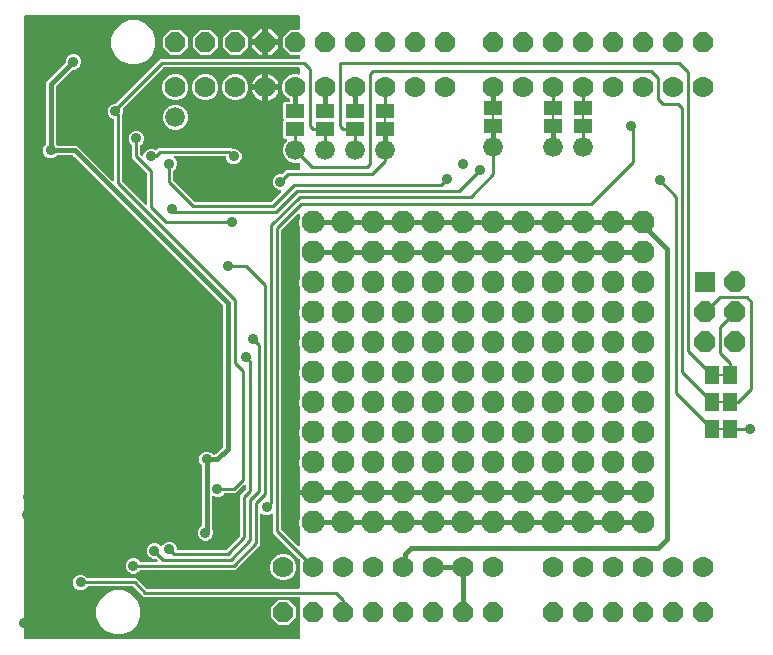
<source format=gbr>
G04 EAGLE Gerber RS-274X export*
G75*
%MOMM*%
%FSLAX34Y34*%
%LPD*%
%INBottom Copper*%
%IPPOS*%
%AMOC8*
5,1,8,0,0,1.08239X$1,22.5*%
G01*
%ADD10P,1.814519X8X22.500000*%
%ADD11P,1.924489X8X22.500000*%
%ADD12R,1.778000X1.778000*%
%ADD13C,1.778000*%
%ADD14R,1.168400X1.600200*%
%ADD15R,0.635000X0.203200*%
%ADD16R,1.600200X1.168400*%
%ADD17R,0.203200X0.635000*%
%ADD18C,1.676400*%
%ADD19C,1.930400*%
%ADD20C,0.406400*%
%ADD21C,0.906400*%
%ADD22C,0.254000*%

G36*
X292218Y2556D02*
X292218Y2556D01*
X292337Y2563D01*
X292375Y2576D01*
X292416Y2581D01*
X292526Y2624D01*
X292639Y2661D01*
X292674Y2683D01*
X292711Y2698D01*
X292807Y2767D01*
X292908Y2831D01*
X292936Y2861D01*
X292969Y2884D01*
X293045Y2976D01*
X293126Y3063D01*
X293146Y3098D01*
X293171Y3129D01*
X293222Y3237D01*
X293280Y3341D01*
X293290Y3381D01*
X293307Y3417D01*
X293329Y3534D01*
X293359Y3649D01*
X293363Y3709D01*
X293367Y3729D01*
X293365Y3750D01*
X293369Y3810D01*
X293369Y37338D01*
X293354Y37456D01*
X293347Y37575D01*
X293334Y37613D01*
X293329Y37654D01*
X293286Y37764D01*
X293249Y37877D01*
X293227Y37912D01*
X293212Y37949D01*
X293143Y38045D01*
X293079Y38146D01*
X293049Y38174D01*
X293026Y38207D01*
X292934Y38283D01*
X292847Y38364D01*
X292812Y38384D01*
X292781Y38409D01*
X292673Y38460D01*
X292569Y38518D01*
X292529Y38528D01*
X292493Y38545D01*
X292376Y38567D01*
X292261Y38597D01*
X292201Y38601D01*
X292181Y38605D01*
X292160Y38603D01*
X292100Y38607D01*
X161192Y38607D01*
X152674Y47126D01*
X152595Y47186D01*
X152523Y47254D01*
X152470Y47283D01*
X152422Y47320D01*
X152331Y47360D01*
X152245Y47408D01*
X152186Y47423D01*
X152131Y47447D01*
X152033Y47462D01*
X151937Y47487D01*
X151837Y47493D01*
X151816Y47497D01*
X151804Y47495D01*
X151776Y47497D01*
X114457Y47497D01*
X114359Y47485D01*
X114260Y47482D01*
X114202Y47465D01*
X114141Y47457D01*
X114049Y47421D01*
X113954Y47393D01*
X113902Y47363D01*
X113846Y47340D01*
X113766Y47282D01*
X113680Y47232D01*
X113605Y47166D01*
X113588Y47154D01*
X113581Y47144D01*
X113559Y47126D01*
X111669Y45235D01*
X109256Y44235D01*
X106644Y44235D01*
X104231Y45235D01*
X102385Y47081D01*
X101385Y49494D01*
X101385Y52106D01*
X102385Y54519D01*
X104231Y56365D01*
X106644Y57365D01*
X109256Y57365D01*
X111669Y56365D01*
X113559Y54474D01*
X113638Y54414D01*
X113710Y54346D01*
X113763Y54317D01*
X113811Y54280D01*
X113902Y54240D01*
X113988Y54192D01*
X114047Y54177D01*
X114103Y54153D01*
X114201Y54138D01*
X114296Y54113D01*
X114396Y54107D01*
X114417Y54103D01*
X114429Y54105D01*
X114457Y54103D01*
X155038Y54103D01*
X163556Y45584D01*
X163635Y45524D01*
X163707Y45456D01*
X163760Y45427D01*
X163808Y45390D01*
X163899Y45350D01*
X163985Y45302D01*
X164044Y45287D01*
X164099Y45263D01*
X164197Y45248D01*
X164293Y45223D01*
X164393Y45217D01*
X164414Y45213D01*
X164426Y45215D01*
X164454Y45213D01*
X292100Y45213D01*
X292218Y45228D01*
X292337Y45235D01*
X292375Y45248D01*
X292416Y45253D01*
X292526Y45296D01*
X292639Y45333D01*
X292674Y45355D01*
X292711Y45370D01*
X292807Y45439D01*
X292908Y45503D01*
X292936Y45533D01*
X292969Y45556D01*
X293045Y45648D01*
X293126Y45735D01*
X293146Y45770D01*
X293171Y45801D01*
X293222Y45909D01*
X293280Y46013D01*
X293290Y46053D01*
X293307Y46089D01*
X293329Y46206D01*
X293359Y46321D01*
X293363Y46381D01*
X293367Y46401D01*
X293365Y46422D01*
X293369Y46482D01*
X293369Y69734D01*
X293357Y69832D01*
X293354Y69931D01*
X293337Y69990D01*
X293329Y70050D01*
X293293Y70142D01*
X293265Y70237D01*
X293235Y70289D01*
X293212Y70345D01*
X293154Y70425D01*
X293104Y70511D01*
X293038Y70586D01*
X293026Y70603D01*
X293016Y70611D01*
X292998Y70632D01*
X273324Y90306D01*
X271017Y92612D01*
X271017Y107609D01*
X271011Y107659D01*
X271013Y107708D01*
X270991Y107815D01*
X270977Y107925D01*
X270959Y107971D01*
X270949Y108020D01*
X270901Y108118D01*
X270860Y108220D01*
X270831Y108260D01*
X270809Y108305D01*
X270738Y108389D01*
X270674Y108478D01*
X270635Y108509D01*
X270603Y108547D01*
X270513Y108610D01*
X270429Y108681D01*
X270384Y108702D01*
X270343Y108730D01*
X270240Y108769D01*
X270141Y108816D01*
X270092Y108825D01*
X270046Y108843D01*
X269936Y108855D01*
X269829Y108876D01*
X269779Y108873D01*
X269730Y108878D01*
X269621Y108863D01*
X269511Y108856D01*
X269464Y108841D01*
X269415Y108834D01*
X269262Y108782D01*
X266736Y107735D01*
X264124Y107735D01*
X261598Y108782D01*
X261550Y108795D01*
X261505Y108816D01*
X261397Y108837D01*
X261291Y108866D01*
X261241Y108866D01*
X261192Y108876D01*
X261083Y108869D01*
X260973Y108871D01*
X260925Y108859D01*
X260875Y108856D01*
X260771Y108822D01*
X260664Y108797D01*
X260620Y108773D01*
X260573Y108758D01*
X260480Y108699D01*
X260383Y108648D01*
X260346Y108615D01*
X260304Y108588D01*
X260229Y108508D01*
X260147Y108434D01*
X260120Y108392D01*
X260086Y108356D01*
X260033Y108260D01*
X259973Y108168D01*
X259956Y108121D01*
X259932Y108078D01*
X259905Y107971D01*
X259869Y107867D01*
X259865Y107818D01*
X259853Y107770D01*
X259843Y107609D01*
X259843Y82452D01*
X238858Y61467D01*
X158907Y61467D01*
X158809Y61455D01*
X158710Y61452D01*
X158652Y61435D01*
X158591Y61427D01*
X158499Y61391D01*
X158404Y61363D01*
X158352Y61333D01*
X158296Y61310D01*
X158216Y61252D01*
X158130Y61202D01*
X158055Y61136D01*
X158038Y61124D01*
X158031Y61114D01*
X158009Y61096D01*
X156119Y59205D01*
X153706Y58205D01*
X151094Y58205D01*
X148681Y59205D01*
X146835Y61051D01*
X145835Y63464D01*
X145835Y66076D01*
X146835Y68489D01*
X148681Y70335D01*
X151094Y71335D01*
X153706Y71335D01*
X156119Y70335D01*
X158009Y68444D01*
X158088Y68384D01*
X158160Y68316D01*
X158213Y68287D01*
X158261Y68250D01*
X158352Y68210D01*
X158438Y68162D01*
X158497Y68147D01*
X158553Y68123D01*
X158651Y68108D01*
X158746Y68083D01*
X158846Y68077D01*
X158867Y68073D01*
X158879Y68075D01*
X158907Y68073D01*
X171842Y68073D01*
X171980Y68090D01*
X172119Y68103D01*
X172138Y68110D01*
X172158Y68113D01*
X172287Y68164D01*
X172418Y68211D01*
X172435Y68222D01*
X172453Y68230D01*
X172566Y68311D01*
X172681Y68389D01*
X172694Y68405D01*
X172711Y68416D01*
X172800Y68524D01*
X172892Y68628D01*
X172901Y68646D01*
X172914Y68661D01*
X172973Y68787D01*
X173036Y68911D01*
X173041Y68931D01*
X173049Y68949D01*
X173075Y69085D01*
X173106Y69221D01*
X173105Y69242D01*
X173109Y69261D01*
X173100Y69400D01*
X173096Y69539D01*
X173090Y69559D01*
X173089Y69579D01*
X173046Y69711D01*
X173008Y69845D01*
X172997Y69862D01*
X172991Y69881D01*
X172917Y69999D01*
X172846Y70119D01*
X172828Y70140D01*
X172821Y70150D01*
X172806Y70164D01*
X172740Y70240D01*
X172446Y70534D01*
X172368Y70594D01*
X172295Y70662D01*
X172242Y70691D01*
X172194Y70728D01*
X172103Y70768D01*
X172017Y70816D01*
X171958Y70831D01*
X171903Y70855D01*
X171805Y70870D01*
X171709Y70895D01*
X171609Y70901D01*
X171588Y70905D01*
X171576Y70903D01*
X171548Y70905D01*
X168874Y70905D01*
X166461Y71905D01*
X164615Y73751D01*
X163615Y76164D01*
X163615Y78776D01*
X164615Y81189D01*
X166461Y83035D01*
X168874Y84035D01*
X171486Y84035D01*
X173899Y83035D01*
X175140Y81794D01*
X175179Y81764D01*
X175213Y81727D01*
X175304Y81666D01*
X175391Y81599D01*
X175437Y81579D01*
X175478Y81552D01*
X175582Y81516D01*
X175683Y81473D01*
X175732Y81465D01*
X175779Y81449D01*
X175888Y81440D01*
X175997Y81423D01*
X176047Y81428D01*
X176096Y81424D01*
X176204Y81442D01*
X176314Y81453D01*
X176361Y81470D01*
X176409Y81478D01*
X176509Y81523D01*
X176613Y81560D01*
X176654Y81588D01*
X176699Y81609D01*
X176785Y81677D01*
X176876Y81739D01*
X176909Y81776D01*
X176948Y81807D01*
X177014Y81895D01*
X177087Y81977D01*
X177109Y82022D01*
X177139Y82061D01*
X177210Y82206D01*
X177315Y82459D01*
X179161Y84305D01*
X181574Y85305D01*
X184186Y85305D01*
X186599Y84305D01*
X188445Y82459D01*
X189445Y80046D01*
X189445Y79502D01*
X189460Y79384D01*
X189467Y79265D01*
X189480Y79227D01*
X189485Y79186D01*
X189528Y79076D01*
X189565Y78963D01*
X189587Y78928D01*
X189602Y78891D01*
X189671Y78795D01*
X189735Y78694D01*
X189765Y78666D01*
X189788Y78633D01*
X189880Y78557D01*
X189967Y78476D01*
X190002Y78456D01*
X190033Y78431D01*
X190141Y78380D01*
X190245Y78322D01*
X190285Y78312D01*
X190321Y78295D01*
X190438Y78273D01*
X190553Y78243D01*
X190613Y78239D01*
X190633Y78235D01*
X190654Y78237D01*
X190714Y78233D01*
X230516Y78233D01*
X230614Y78245D01*
X230713Y78248D01*
X230772Y78265D01*
X230832Y78273D01*
X230924Y78309D01*
X231019Y78337D01*
X231071Y78367D01*
X231127Y78390D01*
X231207Y78448D01*
X231293Y78498D01*
X231368Y78564D01*
X231385Y78576D01*
X231393Y78586D01*
X231414Y78604D01*
X242706Y89896D01*
X242766Y89975D01*
X242834Y90047D01*
X242863Y90100D01*
X242900Y90148D01*
X242940Y90239D01*
X242988Y90325D01*
X243003Y90384D01*
X243027Y90439D01*
X243042Y90537D01*
X243067Y90633D01*
X243073Y90733D01*
X243077Y90754D01*
X243075Y90766D01*
X243077Y90794D01*
X243077Y124558D01*
X247786Y129266D01*
X247846Y129345D01*
X247914Y129417D01*
X247943Y129470D01*
X247980Y129518D01*
X248020Y129609D01*
X248068Y129695D01*
X248083Y129754D01*
X248107Y129809D01*
X248122Y129907D01*
X248147Y130003D01*
X248153Y130103D01*
X248157Y130124D01*
X248155Y130136D01*
X248157Y130164D01*
X248157Y132472D01*
X248140Y132610D01*
X248127Y132749D01*
X248120Y132768D01*
X248117Y132788D01*
X248066Y132917D01*
X248019Y133048D01*
X248008Y133065D01*
X248000Y133083D01*
X247919Y133196D01*
X247841Y133311D01*
X247825Y133324D01*
X247814Y133341D01*
X247706Y133429D01*
X247602Y133522D01*
X247584Y133531D01*
X247569Y133544D01*
X247443Y133603D01*
X247319Y133666D01*
X247299Y133671D01*
X247281Y133679D01*
X247145Y133705D01*
X247009Y133736D01*
X246988Y133735D01*
X246969Y133739D01*
X246830Y133730D01*
X246691Y133726D01*
X246671Y133720D01*
X246651Y133719D01*
X246519Y133676D01*
X246385Y133638D01*
X246368Y133627D01*
X246349Y133621D01*
X246231Y133547D01*
X246111Y133476D01*
X246090Y133458D01*
X246080Y133451D01*
X246066Y133436D01*
X245991Y133370D01*
X238858Y126237D01*
X230027Y126237D01*
X229929Y126225D01*
X229830Y126222D01*
X229772Y126205D01*
X229711Y126197D01*
X229619Y126161D01*
X229524Y126133D01*
X229472Y126103D01*
X229416Y126080D01*
X229336Y126022D01*
X229250Y125972D01*
X229175Y125906D01*
X229158Y125894D01*
X229151Y125884D01*
X229129Y125866D01*
X227239Y123975D01*
X224826Y122975D01*
X222214Y122975D01*
X220450Y123706D01*
X220402Y123719D01*
X220357Y123740D01*
X220249Y123761D01*
X220143Y123790D01*
X220093Y123791D01*
X220044Y123800D01*
X219935Y123793D01*
X219825Y123795D01*
X219777Y123784D01*
X219727Y123780D01*
X219623Y123747D01*
X219516Y123721D01*
X219472Y123698D01*
X219425Y123682D01*
X219332Y123624D01*
X219235Y123572D01*
X219198Y123539D01*
X219156Y123512D01*
X219081Y123432D01*
X218999Y123358D01*
X218972Y123317D01*
X218938Y123281D01*
X218885Y123184D01*
X218825Y123093D01*
X218808Y123046D01*
X218784Y123002D01*
X218757Y122896D01*
X218721Y122792D01*
X218717Y122742D01*
X218705Y122694D01*
X218695Y122534D01*
X218695Y97185D01*
X218707Y97087D01*
X218710Y96988D01*
X218727Y96930D01*
X218735Y96869D01*
X218771Y96777D01*
X218799Y96682D01*
X218829Y96630D01*
X218852Y96574D01*
X218883Y96530D01*
X219925Y94016D01*
X219925Y91404D01*
X218925Y88991D01*
X217079Y87145D01*
X214666Y86145D01*
X212054Y86145D01*
X209641Y87145D01*
X207795Y88991D01*
X206795Y91404D01*
X206795Y94016D01*
X207795Y96429D01*
X209641Y98275D01*
X209782Y98333D01*
X209807Y98348D01*
X209835Y98357D01*
X209945Y98427D01*
X210058Y98491D01*
X210079Y98511D01*
X210104Y98527D01*
X210193Y98622D01*
X210286Y98712D01*
X210302Y98737D01*
X210322Y98759D01*
X210385Y98873D01*
X210453Y98983D01*
X210461Y99012D01*
X210476Y99037D01*
X210508Y99163D01*
X210546Y99287D01*
X210548Y99317D01*
X210555Y99345D01*
X210565Y99506D01*
X210565Y149195D01*
X210553Y149293D01*
X210550Y149392D01*
X210533Y149450D01*
X210525Y149511D01*
X210489Y149603D01*
X210461Y149698D01*
X210431Y149750D01*
X210408Y149806D01*
X210350Y149886D01*
X210300Y149972D01*
X210234Y150047D01*
X210222Y150064D01*
X210212Y150071D01*
X210194Y150093D01*
X209065Y151221D01*
X208065Y153634D01*
X208065Y156246D01*
X209065Y158659D01*
X210911Y160505D01*
X213324Y161505D01*
X215936Y161505D01*
X218349Y160505D01*
X219477Y159376D01*
X219556Y159316D01*
X219628Y159248D01*
X219681Y159219D01*
X219729Y159182D01*
X219820Y159142D01*
X219906Y159094D01*
X219965Y159079D01*
X220021Y159055D01*
X220119Y159040D01*
X220214Y159015D01*
X220314Y159009D01*
X220335Y159005D01*
X220347Y159007D01*
X220375Y159005D01*
X221311Y159005D01*
X221409Y159017D01*
X221508Y159020D01*
X221566Y159037D01*
X221626Y159045D01*
X221718Y159081D01*
X221813Y159109D01*
X221865Y159139D01*
X221922Y159162D01*
X222002Y159220D01*
X222087Y159270D01*
X222163Y159336D01*
X222179Y159348D01*
X222187Y159358D01*
X222208Y159376D01*
X227974Y165142D01*
X228034Y165220D01*
X228102Y165292D01*
X228131Y165345D01*
X228168Y165393D01*
X228208Y165484D01*
X228256Y165571D01*
X228271Y165629D01*
X228295Y165685D01*
X228310Y165783D01*
X228335Y165879D01*
X228341Y165979D01*
X228345Y165999D01*
X228343Y166011D01*
X228345Y166039D01*
X228345Y284811D01*
X228333Y284909D01*
X228330Y285008D01*
X228313Y285066D01*
X228305Y285126D01*
X228269Y285218D01*
X228241Y285313D01*
X228211Y285365D01*
X228188Y285422D01*
X228130Y285502D01*
X228080Y285587D01*
X228014Y285663D01*
X228002Y285679D01*
X227992Y285687D01*
X227974Y285708D01*
X101558Y412124D01*
X101480Y412184D01*
X101408Y412252D01*
X101355Y412281D01*
X101307Y412318D01*
X101216Y412358D01*
X101129Y412406D01*
X101071Y412421D01*
X101015Y412445D01*
X100917Y412460D01*
X100821Y412485D01*
X100721Y412491D01*
X100701Y412495D01*
X100689Y412493D01*
X100661Y412495D01*
X88295Y412495D01*
X88197Y412483D01*
X88098Y412480D01*
X88040Y412463D01*
X87979Y412455D01*
X87887Y412419D01*
X87792Y412391D01*
X87740Y412361D01*
X87684Y412338D01*
X87604Y412280D01*
X87518Y412230D01*
X87443Y412164D01*
X87426Y412152D01*
X87419Y412142D01*
X87397Y412124D01*
X86269Y410995D01*
X83856Y409995D01*
X81244Y409995D01*
X78831Y410995D01*
X76985Y412841D01*
X75985Y415254D01*
X75985Y417866D01*
X76985Y420279D01*
X78114Y421407D01*
X78174Y421486D01*
X78242Y421558D01*
X78271Y421611D01*
X78308Y421659D01*
X78348Y421750D01*
X78396Y421836D01*
X78411Y421895D01*
X78435Y421951D01*
X78450Y422049D01*
X78475Y422144D01*
X78481Y422244D01*
X78485Y422265D01*
X78483Y422277D01*
X78485Y422305D01*
X78485Y474124D01*
X94664Y490302D01*
X94724Y490380D01*
X94792Y490452D01*
X94816Y490495D01*
X94837Y490521D01*
X94843Y490533D01*
X94858Y490553D01*
X94898Y490644D01*
X94946Y490731D01*
X94957Y490776D01*
X94973Y490809D01*
X94976Y490824D01*
X94985Y490845D01*
X95000Y490943D01*
X95025Y491039D01*
X95029Y491103D01*
X95033Y491121D01*
X95032Y491140D01*
X95035Y491159D01*
X95033Y491171D01*
X95035Y491199D01*
X95035Y492796D01*
X96035Y495209D01*
X97881Y497055D01*
X100294Y498055D01*
X102906Y498055D01*
X105319Y497055D01*
X107165Y495209D01*
X108165Y492796D01*
X108165Y490184D01*
X107165Y487771D01*
X105319Y485925D01*
X102906Y484925D01*
X101309Y484925D01*
X101211Y484913D01*
X101112Y484910D01*
X101054Y484893D01*
X100994Y484885D01*
X100902Y484849D01*
X100807Y484821D01*
X100755Y484791D01*
X100698Y484768D01*
X100618Y484710D01*
X100533Y484660D01*
X100457Y484594D01*
X100441Y484582D01*
X100433Y484572D01*
X100412Y484554D01*
X86986Y471128D01*
X86926Y471050D01*
X86858Y470978D01*
X86829Y470925D01*
X86792Y470877D01*
X86752Y470786D01*
X86704Y470699D01*
X86689Y470641D01*
X86665Y470585D01*
X86650Y470487D01*
X86625Y470391D01*
X86619Y470291D01*
X86615Y470271D01*
X86617Y470259D01*
X86615Y470231D01*
X86615Y422305D01*
X86627Y422207D01*
X86630Y422108D01*
X86647Y422050D01*
X86655Y421989D01*
X86691Y421897D01*
X86719Y421802D01*
X86749Y421750D01*
X86772Y421694D01*
X86830Y421614D01*
X86880Y421528D01*
X86946Y421453D01*
X86958Y421436D01*
X86968Y421429D01*
X86986Y421407D01*
X87397Y420996D01*
X87476Y420936D01*
X87548Y420868D01*
X87601Y420839D01*
X87649Y420802D01*
X87740Y420762D01*
X87826Y420714D01*
X87885Y420699D01*
X87941Y420675D01*
X88039Y420660D01*
X88134Y420635D01*
X88234Y420629D01*
X88255Y420625D01*
X88267Y420627D01*
X88295Y420625D01*
X104554Y420625D01*
X134231Y390948D01*
X134340Y390863D01*
X134447Y390774D01*
X134466Y390765D01*
X134482Y390753D01*
X134610Y390697D01*
X134735Y390638D01*
X134755Y390635D01*
X134774Y390627D01*
X134912Y390605D01*
X135048Y390579D01*
X135068Y390580D01*
X135088Y390577D01*
X135227Y390590D01*
X135365Y390598D01*
X135384Y390605D01*
X135404Y390607D01*
X135536Y390654D01*
X135667Y390696D01*
X135685Y390707D01*
X135704Y390714D01*
X135819Y390792D01*
X135936Y390867D01*
X135950Y390881D01*
X135967Y390893D01*
X136059Y390997D01*
X136154Y391098D01*
X136164Y391116D01*
X136177Y391131D01*
X136241Y391255D01*
X136308Y391377D01*
X136313Y391396D01*
X136322Y391414D01*
X136352Y391550D01*
X136387Y391685D01*
X136389Y391713D01*
X136392Y391725D01*
X136391Y391745D01*
X136397Y391845D01*
X136397Y441942D01*
X136394Y441971D01*
X136396Y442001D01*
X136374Y442129D01*
X136357Y442258D01*
X136347Y442285D01*
X136342Y442314D01*
X136288Y442433D01*
X136240Y442553D01*
X136223Y442577D01*
X136211Y442604D01*
X136130Y442706D01*
X136054Y442811D01*
X136031Y442830D01*
X136012Y442853D01*
X135909Y442931D01*
X135809Y443014D01*
X135782Y443026D01*
X135758Y443044D01*
X135614Y443115D01*
X133441Y444015D01*
X131595Y445861D01*
X130595Y448274D01*
X130595Y450886D01*
X131595Y453299D01*
X133441Y455145D01*
X135854Y456145D01*
X137258Y456145D01*
X137356Y456157D01*
X137455Y456160D01*
X137514Y456177D01*
X137574Y456185D01*
X137666Y456221D01*
X137761Y456249D01*
X137813Y456279D01*
X137869Y456302D01*
X137949Y456360D01*
X138035Y456410D01*
X138110Y456476D01*
X138127Y456488D01*
X138135Y456498D01*
X138156Y456516D01*
X175162Y493523D01*
X292100Y493523D01*
X292218Y493538D01*
X292337Y493545D01*
X292375Y493558D01*
X292416Y493563D01*
X292526Y493606D01*
X292639Y493643D01*
X292674Y493665D01*
X292711Y493680D01*
X292807Y493749D01*
X292908Y493813D01*
X292936Y493843D01*
X292969Y493866D01*
X293045Y493958D01*
X293126Y494045D01*
X293146Y494080D01*
X293171Y494111D01*
X293222Y494219D01*
X293280Y494323D01*
X293290Y494363D01*
X293307Y494399D01*
X293329Y494516D01*
X293359Y494631D01*
X293363Y494691D01*
X293367Y494711D01*
X293365Y494732D01*
X293369Y494792D01*
X293369Y496316D01*
X293354Y496434D01*
X293347Y496553D01*
X293334Y496591D01*
X293329Y496632D01*
X293286Y496742D01*
X293249Y496855D01*
X293227Y496890D01*
X293212Y496927D01*
X293143Y497023D01*
X293079Y497124D01*
X293049Y497152D01*
X293026Y497185D01*
X292934Y497261D01*
X292847Y497342D01*
X292812Y497362D01*
X292781Y497387D01*
X292673Y497438D01*
X292569Y497496D01*
X292529Y497506D01*
X292493Y497523D01*
X292376Y497545D01*
X292261Y497575D01*
X292201Y497579D01*
X292181Y497583D01*
X292160Y497581D01*
X292100Y497585D01*
X285246Y497585D01*
X279145Y503686D01*
X279145Y512314D01*
X285246Y518415D01*
X292100Y518415D01*
X292218Y518430D01*
X292337Y518437D01*
X292375Y518450D01*
X292416Y518455D01*
X292526Y518498D01*
X292639Y518535D01*
X292674Y518557D01*
X292711Y518572D01*
X292807Y518641D01*
X292908Y518705D01*
X292936Y518735D01*
X292969Y518758D01*
X293045Y518850D01*
X293126Y518937D01*
X293146Y518972D01*
X293171Y519003D01*
X293222Y519111D01*
X293280Y519215D01*
X293290Y519255D01*
X293307Y519291D01*
X293329Y519408D01*
X293359Y519523D01*
X293363Y519583D01*
X293367Y519603D01*
X293365Y519624D01*
X293369Y519684D01*
X293369Y529590D01*
X293354Y529708D01*
X293347Y529827D01*
X293334Y529865D01*
X293329Y529906D01*
X293286Y530016D01*
X293249Y530129D01*
X293227Y530164D01*
X293212Y530201D01*
X293143Y530297D01*
X293079Y530398D01*
X293049Y530426D01*
X293026Y530459D01*
X292934Y530535D01*
X292847Y530616D01*
X292812Y530636D01*
X292781Y530661D01*
X292673Y530712D01*
X292569Y530770D01*
X292529Y530780D01*
X292493Y530797D01*
X292376Y530819D01*
X292261Y530849D01*
X292201Y530853D01*
X292181Y530857D01*
X292160Y530855D01*
X292100Y530859D01*
X60960Y530859D01*
X60842Y530844D01*
X60723Y530837D01*
X60685Y530824D01*
X60644Y530819D01*
X60534Y530776D01*
X60421Y530739D01*
X60386Y530717D01*
X60349Y530702D01*
X60253Y530633D01*
X60152Y530569D01*
X60124Y530539D01*
X60091Y530516D01*
X60016Y530424D01*
X59934Y530337D01*
X59914Y530302D01*
X59889Y530271D01*
X59838Y530163D01*
X59780Y530059D01*
X59770Y530019D01*
X59753Y529983D01*
X59731Y529866D01*
X59701Y529751D01*
X59697Y529691D01*
X59693Y529671D01*
X59695Y529650D01*
X59691Y529590D01*
X59691Y3810D01*
X59706Y3692D01*
X59713Y3573D01*
X59726Y3535D01*
X59731Y3494D01*
X59774Y3384D01*
X59811Y3271D01*
X59833Y3236D01*
X59848Y3199D01*
X59918Y3103D01*
X59981Y3002D01*
X60011Y2974D01*
X60034Y2941D01*
X60126Y2865D01*
X60213Y2784D01*
X60248Y2764D01*
X60279Y2739D01*
X60387Y2688D01*
X60491Y2630D01*
X60531Y2620D01*
X60567Y2603D01*
X60684Y2581D01*
X60799Y2551D01*
X60860Y2547D01*
X60880Y2543D01*
X60900Y2545D01*
X60960Y2541D01*
X292100Y2541D01*
X292218Y2556D01*
G37*
G36*
X163167Y370462D02*
X163167Y370462D01*
X163305Y370471D01*
X163324Y370477D01*
X163344Y370479D01*
X163476Y370526D01*
X163607Y370569D01*
X163625Y370580D01*
X163644Y370587D01*
X163759Y370665D01*
X163876Y370739D01*
X163890Y370754D01*
X163907Y370765D01*
X163999Y370869D01*
X164094Y370971D01*
X164104Y370988D01*
X164117Y371004D01*
X164181Y371127D01*
X164248Y371249D01*
X164253Y371269D01*
X164262Y371287D01*
X164292Y371423D01*
X164327Y371557D01*
X164329Y371585D01*
X164332Y371597D01*
X164331Y371618D01*
X164337Y371718D01*
X164337Y396886D01*
X164325Y396984D01*
X164322Y397083D01*
X164305Y397142D01*
X164297Y397202D01*
X164261Y397294D01*
X164233Y397389D01*
X164203Y397441D01*
X164180Y397497D01*
X164122Y397577D01*
X164072Y397663D01*
X164006Y397738D01*
X163994Y397755D01*
X163984Y397763D01*
X163966Y397784D01*
X151637Y410112D01*
X151637Y420213D01*
X151625Y420311D01*
X151622Y420410D01*
X151605Y420468D01*
X151597Y420529D01*
X151561Y420621D01*
X151533Y420716D01*
X151503Y420768D01*
X151480Y420824D01*
X151422Y420904D01*
X151372Y420990D01*
X151306Y421065D01*
X151294Y421082D01*
X151284Y421089D01*
X151266Y421111D01*
X149375Y423001D01*
X148375Y425414D01*
X148375Y428026D01*
X149375Y430439D01*
X151221Y432285D01*
X153634Y433285D01*
X156246Y433285D01*
X158659Y432285D01*
X160505Y430439D01*
X161505Y428026D01*
X161505Y425414D01*
X160505Y423001D01*
X158614Y421111D01*
X158554Y421032D01*
X158486Y420960D01*
X158457Y420907D01*
X158420Y420859D01*
X158380Y420768D01*
X158332Y420682D01*
X158317Y420623D01*
X158293Y420567D01*
X158278Y420469D01*
X158253Y420374D01*
X158247Y420274D01*
X158243Y420253D01*
X158245Y420241D01*
X158243Y420213D01*
X158243Y413374D01*
X158255Y413276D01*
X158258Y413177D01*
X158275Y413118D01*
X158283Y413058D01*
X158319Y412966D01*
X158347Y412871D01*
X158377Y412819D01*
X158400Y412763D01*
X158458Y412682D01*
X158508Y412597D01*
X158574Y412522D01*
X158586Y412505D01*
X158596Y412497D01*
X158614Y412476D01*
X158921Y412170D01*
X158960Y412140D01*
X158993Y412103D01*
X159085Y412043D01*
X159172Y411975D01*
X159218Y411955D01*
X159259Y411928D01*
X159363Y411892D01*
X159464Y411849D01*
X159513Y411841D01*
X159560Y411825D01*
X159670Y411816D01*
X159778Y411799D01*
X159827Y411804D01*
X159877Y411800D01*
X159985Y411819D01*
X160094Y411829D01*
X160141Y411846D01*
X160190Y411854D01*
X160290Y411899D01*
X160394Y411936D01*
X160435Y411964D01*
X160480Y411985D01*
X160566Y412053D01*
X160657Y412115D01*
X160690Y412152D01*
X160729Y412183D01*
X160795Y412271D01*
X160867Y412353D01*
X160890Y412398D01*
X160920Y412437D01*
X160991Y412582D01*
X162075Y415199D01*
X163921Y417045D01*
X166334Y418045D01*
X168946Y418045D01*
X171272Y417081D01*
X171301Y417073D01*
X171327Y417060D01*
X171454Y417031D01*
X171579Y416997D01*
X171609Y416997D01*
X171637Y416990D01*
X171767Y416994D01*
X171897Y416992D01*
X171926Y416999D01*
X171955Y417000D01*
X172080Y417036D01*
X172206Y417066D01*
X172232Y417080D01*
X172261Y417088D01*
X172372Y417154D01*
X172487Y417215D01*
X172509Y417235D01*
X172535Y417250D01*
X172655Y417356D01*
X173892Y418593D01*
X235048Y418593D01*
X235224Y418416D01*
X235303Y418356D01*
X235375Y418288D01*
X235428Y418259D01*
X235476Y418222D01*
X235567Y418182D01*
X235653Y418134D01*
X235712Y418119D01*
X235767Y418095D01*
X235865Y418080D01*
X235961Y418055D01*
X236061Y418049D01*
X236082Y418045D01*
X236094Y418047D01*
X236122Y418045D01*
X238796Y418045D01*
X241209Y417045D01*
X243055Y415199D01*
X244055Y412786D01*
X244055Y410174D01*
X243055Y407761D01*
X241209Y405915D01*
X238796Y404915D01*
X236184Y404915D01*
X233771Y405915D01*
X231925Y407761D01*
X230925Y410174D01*
X230925Y410718D01*
X230910Y410836D01*
X230903Y410955D01*
X230890Y410993D01*
X230885Y411034D01*
X230842Y411144D01*
X230805Y411257D01*
X230783Y411292D01*
X230768Y411329D01*
X230699Y411425D01*
X230635Y411526D01*
X230605Y411554D01*
X230582Y411587D01*
X230490Y411663D01*
X230403Y411744D01*
X230368Y411764D01*
X230337Y411789D01*
X230229Y411840D01*
X230125Y411898D01*
X230085Y411908D01*
X230049Y411925D01*
X229932Y411947D01*
X229817Y411977D01*
X229757Y411981D01*
X229737Y411985D01*
X229716Y411983D01*
X229656Y411987D01*
X188371Y411987D01*
X188233Y411970D01*
X188095Y411957D01*
X188076Y411950D01*
X188055Y411947D01*
X187926Y411896D01*
X187795Y411849D01*
X187778Y411838D01*
X187760Y411830D01*
X187647Y411749D01*
X187532Y411671D01*
X187519Y411655D01*
X187502Y411644D01*
X187414Y411536D01*
X187322Y411432D01*
X187312Y411414D01*
X187300Y411399D01*
X187240Y411273D01*
X187177Y411149D01*
X187173Y411129D01*
X187164Y411111D01*
X187138Y410974D01*
X187107Y410839D01*
X187108Y410818D01*
X187104Y410799D01*
X187113Y410660D01*
X187117Y410521D01*
X187123Y410501D01*
X187124Y410481D01*
X187167Y410349D01*
X187205Y410215D01*
X187216Y410198D01*
X187222Y410179D01*
X187296Y410061D01*
X187367Y409941D01*
X187386Y409920D01*
X187392Y409910D01*
X187407Y409896D01*
X187473Y409821D01*
X188445Y408849D01*
X189445Y406436D01*
X189445Y403824D01*
X188445Y401411D01*
X186554Y399521D01*
X186494Y399442D01*
X186426Y399370D01*
X186397Y399317D01*
X186360Y399269D01*
X186320Y399178D01*
X186272Y399092D01*
X186257Y399033D01*
X186233Y398977D01*
X186218Y398879D01*
X186193Y398784D01*
X186187Y398684D01*
X186183Y398663D01*
X186185Y398651D01*
X186183Y398623D01*
X186183Y391784D01*
X186195Y391686D01*
X186198Y391587D01*
X186215Y391528D01*
X186223Y391468D01*
X186259Y391376D01*
X186287Y391281D01*
X186317Y391229D01*
X186340Y391173D01*
X186398Y391093D01*
X186448Y391007D01*
X186514Y390932D01*
X186526Y390915D01*
X186536Y390907D01*
X186554Y390886D01*
X204196Y373244D01*
X204275Y373184D01*
X204347Y373116D01*
X204400Y373087D01*
X204448Y373050D01*
X204539Y373010D01*
X204625Y372962D01*
X204684Y372947D01*
X204739Y372923D01*
X204837Y372908D01*
X204933Y372883D01*
X205033Y372877D01*
X205053Y372873D01*
X205066Y372875D01*
X205094Y372873D01*
X268616Y372873D01*
X268714Y372885D01*
X268813Y372888D01*
X268872Y372905D01*
X268932Y372913D01*
X269024Y372949D01*
X269119Y372977D01*
X269171Y373007D01*
X269227Y373030D01*
X269307Y373088D01*
X269393Y373138D01*
X269468Y373204D01*
X269485Y373216D01*
X269493Y373226D01*
X269514Y373244D01*
X277428Y381159D01*
X277513Y381268D01*
X277602Y381375D01*
X277610Y381394D01*
X277623Y381410D01*
X277678Y381538D01*
X277737Y381663D01*
X277741Y381683D01*
X277749Y381702D01*
X277771Y381840D01*
X277797Y381976D01*
X277796Y381996D01*
X277799Y382016D01*
X277786Y382155D01*
X277777Y382293D01*
X277771Y382312D01*
X277769Y382332D01*
X277722Y382464D01*
X277679Y382595D01*
X277668Y382613D01*
X277661Y382632D01*
X277583Y382747D01*
X277509Y382864D01*
X277494Y382878D01*
X277483Y382895D01*
X277379Y382987D01*
X277277Y383082D01*
X277260Y383092D01*
X277244Y383105D01*
X277120Y383169D01*
X276999Y383236D01*
X276979Y383241D01*
X276961Y383250D01*
X276825Y383280D01*
X276691Y383315D01*
X276663Y383317D01*
X276651Y383320D01*
X276630Y383319D01*
X276530Y383325D01*
X275554Y383325D01*
X273141Y384325D01*
X271295Y386171D01*
X270295Y388584D01*
X270295Y391196D01*
X271295Y393609D01*
X273141Y395455D01*
X275554Y396455D01*
X278228Y396455D01*
X278326Y396467D01*
X278425Y396470D01*
X278484Y396487D01*
X278544Y396495D01*
X278636Y396531D01*
X278731Y396559D01*
X278783Y396589D01*
X278839Y396612D01*
X278919Y396670D01*
X279005Y396720D01*
X279080Y396786D01*
X279097Y396798D01*
X279105Y396808D01*
X279126Y396826D01*
X281842Y399543D01*
X292100Y399543D01*
X292218Y399558D01*
X292337Y399565D01*
X292375Y399578D01*
X292416Y399583D01*
X292526Y399626D01*
X292639Y399663D01*
X292674Y399685D01*
X292711Y399700D01*
X292807Y399769D01*
X292908Y399833D01*
X292936Y399863D01*
X292969Y399886D01*
X293045Y399978D01*
X293126Y400065D01*
X293146Y400100D01*
X293171Y400131D01*
X293222Y400239D01*
X293280Y400343D01*
X293290Y400383D01*
X293307Y400419D01*
X293329Y400536D01*
X293359Y400651D01*
X293363Y400711D01*
X293367Y400731D01*
X293365Y400752D01*
X293369Y400812D01*
X293369Y404965D01*
X293363Y405015D01*
X293365Y405064D01*
X293343Y405172D01*
X293329Y405281D01*
X293311Y405327D01*
X293301Y405376D01*
X293253Y405475D01*
X293212Y405577D01*
X293183Y405617D01*
X293161Y405662D01*
X293090Y405745D01*
X293026Y405834D01*
X292987Y405866D01*
X292955Y405904D01*
X292865Y405967D01*
X292781Y406037D01*
X292736Y406058D01*
X292695Y406087D01*
X292592Y406126D01*
X292493Y406172D01*
X292444Y406182D01*
X292398Y406199D01*
X292288Y406212D01*
X292181Y406232D01*
X292131Y406229D01*
X292082Y406235D01*
X291973Y406219D01*
X291863Y406212D01*
X291816Y406197D01*
X291767Y406190D01*
X291635Y406145D01*
X287488Y406145D01*
X283661Y407731D01*
X280731Y410661D01*
X279145Y414488D01*
X279145Y418632D01*
X280731Y422459D01*
X282570Y424299D01*
X282655Y424408D01*
X282744Y424515D01*
X282752Y424534D01*
X282765Y424550D01*
X282820Y424678D01*
X282879Y424803D01*
X282883Y424823D01*
X282891Y424842D01*
X282913Y424980D01*
X282939Y425116D01*
X282938Y425136D01*
X282941Y425156D01*
X282928Y425295D01*
X282919Y425433D01*
X282913Y425452D01*
X282911Y425472D01*
X282864Y425604D01*
X282821Y425735D01*
X282810Y425753D01*
X282804Y425772D01*
X282726Y425887D01*
X282651Y426004D01*
X282636Y426018D01*
X282625Y426035D01*
X282521Y426127D01*
X282420Y426222D01*
X282402Y426232D01*
X282387Y426245D01*
X282262Y426309D01*
X282141Y426376D01*
X282121Y426381D01*
X282103Y426390D01*
X281968Y426420D01*
X281833Y426455D01*
X281805Y426457D01*
X281793Y426460D01*
X281773Y426459D01*
X281672Y426465D01*
X280717Y426465D01*
X279526Y427656D01*
X279526Y441024D01*
X279565Y441062D01*
X279638Y441157D01*
X279717Y441246D01*
X279735Y441282D01*
X279760Y441314D01*
X279807Y441423D01*
X279861Y441529D01*
X279870Y441569D01*
X279886Y441606D01*
X279905Y441723D01*
X279931Y441839D01*
X279930Y441880D01*
X279936Y441920D01*
X279925Y442038D01*
X279921Y442157D01*
X279910Y442196D01*
X279906Y442236D01*
X279866Y442349D01*
X279833Y442463D01*
X279812Y442497D01*
X279799Y442536D01*
X279732Y442634D01*
X279671Y442737D01*
X279631Y442782D01*
X279620Y442799D01*
X279605Y442812D01*
X279565Y442857D01*
X279526Y442896D01*
X279526Y456264D01*
X280717Y457455D01*
X284226Y457455D01*
X284344Y457470D01*
X284463Y457477D01*
X284501Y457490D01*
X284542Y457495D01*
X284652Y457538D01*
X284765Y457575D01*
X284800Y457597D01*
X284837Y457612D01*
X284933Y457681D01*
X285034Y457745D01*
X285062Y457775D01*
X285095Y457798D01*
X285171Y457890D01*
X285252Y457977D01*
X285272Y458012D01*
X285297Y458043D01*
X285348Y458151D01*
X285406Y458255D01*
X285416Y458295D01*
X285433Y458331D01*
X285455Y458448D01*
X285485Y458563D01*
X285489Y458623D01*
X285493Y458643D01*
X285491Y458664D01*
X285495Y458724D01*
X285495Y458913D01*
X285492Y458942D01*
X285494Y458972D01*
X285472Y459100D01*
X285455Y459228D01*
X285445Y459256D01*
X285440Y459285D01*
X285386Y459404D01*
X285338Y459524D01*
X285321Y459548D01*
X285309Y459575D01*
X285228Y459676D01*
X285152Y459781D01*
X285129Y459800D01*
X285110Y459823D01*
X285007Y459901D01*
X284907Y459984D01*
X284880Y459997D01*
X284856Y460015D01*
X284712Y460086D01*
X283373Y460640D01*
X280300Y463713D01*
X278637Y467727D01*
X278637Y472073D01*
X280300Y476087D01*
X283373Y479160D01*
X287387Y480823D01*
X291784Y480823D01*
X291815Y480817D01*
X291921Y480788D01*
X291971Y480787D01*
X292020Y480778D01*
X292129Y480785D01*
X292239Y480783D01*
X292287Y480794D01*
X292337Y480797D01*
X292441Y480831D01*
X292548Y480857D01*
X292592Y480880D01*
X292639Y480895D01*
X292732Y480954D01*
X292829Y481006D01*
X292866Y481039D01*
X292908Y481066D01*
X292983Y481146D01*
X293065Y481219D01*
X293092Y481261D01*
X293126Y481297D01*
X293179Y481393D01*
X293239Y481485D01*
X293256Y481532D01*
X293280Y481576D01*
X293307Y481682D01*
X293343Y481786D01*
X293347Y481836D01*
X293359Y481884D01*
X293369Y482044D01*
X293369Y485648D01*
X293354Y485766D01*
X293347Y485885D01*
X293334Y485923D01*
X293329Y485964D01*
X293286Y486074D01*
X293249Y486187D01*
X293227Y486222D01*
X293212Y486259D01*
X293143Y486355D01*
X293079Y486456D01*
X293049Y486484D01*
X293026Y486517D01*
X292934Y486593D01*
X292847Y486674D01*
X292812Y486694D01*
X292781Y486719D01*
X292673Y486770D01*
X292569Y486828D01*
X292529Y486838D01*
X292493Y486855D01*
X292376Y486877D01*
X292261Y486907D01*
X292201Y486911D01*
X292181Y486915D01*
X292160Y486913D01*
X292100Y486917D01*
X178424Y486917D01*
X178326Y486905D01*
X178227Y486902D01*
X178168Y486885D01*
X178108Y486877D01*
X178016Y486841D01*
X177921Y486813D01*
X177869Y486783D01*
X177813Y486760D01*
X177733Y486702D01*
X177647Y486652D01*
X177572Y486586D01*
X177555Y486574D01*
X177547Y486564D01*
X177526Y486546D01*
X143780Y452799D01*
X143762Y452776D01*
X143740Y452757D01*
X143665Y452651D01*
X143585Y452548D01*
X143573Y452521D01*
X143557Y452497D01*
X143511Y452376D01*
X143459Y452256D01*
X143454Y452227D01*
X143444Y452200D01*
X143429Y452071D01*
X143409Y451942D01*
X143412Y451913D01*
X143409Y451883D01*
X143427Y451755D01*
X143439Y451626D01*
X143449Y451598D01*
X143453Y451569D01*
X143505Y451416D01*
X143725Y450886D01*
X143725Y448274D01*
X143099Y446764D01*
X143097Y446755D01*
X143092Y446747D01*
X143055Y446602D01*
X143015Y446458D01*
X143015Y446448D01*
X143013Y446439D01*
X143003Y446279D01*
X143003Y390514D01*
X143015Y390416D01*
X143018Y390317D01*
X143035Y390258D01*
X143043Y390198D01*
X143079Y390106D01*
X143107Y390011D01*
X143137Y389959D01*
X143160Y389903D01*
X143218Y389823D01*
X143268Y389737D01*
X143334Y389662D01*
X143346Y389645D01*
X143356Y389637D01*
X143374Y389616D01*
X162171Y370820D01*
X162280Y370735D01*
X162387Y370646D01*
X162406Y370638D01*
X162422Y370625D01*
X162550Y370570D01*
X162675Y370511D01*
X162695Y370507D01*
X162714Y370499D01*
X162852Y370477D01*
X162988Y370451D01*
X163008Y370452D01*
X163028Y370449D01*
X163167Y370462D01*
G37*
G36*
X292199Y81410D02*
X292199Y81410D01*
X292337Y81419D01*
X292356Y81425D01*
X292376Y81427D01*
X292508Y81474D01*
X292639Y81517D01*
X292657Y81528D01*
X292676Y81535D01*
X292791Y81613D01*
X292908Y81687D01*
X292922Y81702D01*
X292939Y81713D01*
X293031Y81817D01*
X293126Y81919D01*
X293136Y81936D01*
X293149Y81952D01*
X293213Y82075D01*
X293280Y82197D01*
X293285Y82217D01*
X293294Y82235D01*
X293324Y82371D01*
X293359Y82505D01*
X293361Y82533D01*
X293364Y82545D01*
X293363Y82566D01*
X293369Y82666D01*
X293369Y98410D01*
X293368Y98419D01*
X293369Y98429D01*
X293348Y98578D01*
X293329Y98726D01*
X293326Y98734D01*
X293325Y98744D01*
X293273Y98896D01*
X293115Y99276D01*
X293115Y103924D01*
X293273Y104304D01*
X293275Y104313D01*
X293280Y104321D01*
X293317Y104466D01*
X293357Y104611D01*
X293357Y104620D01*
X293359Y104629D01*
X293369Y104790D01*
X293369Y149210D01*
X293368Y149219D01*
X293369Y149229D01*
X293348Y149378D01*
X293329Y149526D01*
X293326Y149534D01*
X293325Y149544D01*
X293273Y149696D01*
X293115Y150076D01*
X293115Y154724D01*
X293273Y155104D01*
X293275Y155113D01*
X293280Y155121D01*
X293317Y155265D01*
X293357Y155411D01*
X293357Y155420D01*
X293359Y155429D01*
X293369Y155590D01*
X293369Y174610D01*
X293368Y174619D01*
X293369Y174629D01*
X293348Y174778D01*
X293329Y174926D01*
X293326Y174934D01*
X293325Y174944D01*
X293273Y175096D01*
X293115Y175476D01*
X293115Y180124D01*
X293273Y180504D01*
X293275Y180513D01*
X293280Y180521D01*
X293317Y180665D01*
X293357Y180811D01*
X293357Y180820D01*
X293359Y180829D01*
X293369Y180990D01*
X293369Y200010D01*
X293368Y200019D01*
X293369Y200029D01*
X293348Y200178D01*
X293329Y200326D01*
X293326Y200334D01*
X293325Y200344D01*
X293273Y200496D01*
X293115Y200876D01*
X293115Y205524D01*
X293273Y205904D01*
X293275Y205913D01*
X293280Y205921D01*
X293317Y206065D01*
X293357Y206211D01*
X293357Y206220D01*
X293359Y206229D01*
X293369Y206390D01*
X293369Y225410D01*
X293368Y225419D01*
X293369Y225429D01*
X293348Y225578D01*
X293329Y225726D01*
X293326Y225734D01*
X293325Y225744D01*
X293273Y225896D01*
X293115Y226276D01*
X293115Y230924D01*
X293273Y231304D01*
X293275Y231313D01*
X293280Y231321D01*
X293317Y231465D01*
X293357Y231611D01*
X293357Y231620D01*
X293359Y231629D01*
X293369Y231790D01*
X293369Y250810D01*
X293368Y250819D01*
X293369Y250829D01*
X293348Y250978D01*
X293329Y251126D01*
X293326Y251134D01*
X293325Y251144D01*
X293273Y251296D01*
X293115Y251676D01*
X293115Y256324D01*
X293273Y256704D01*
X293275Y256713D01*
X293280Y256721D01*
X293317Y256865D01*
X293357Y257011D01*
X293357Y257020D01*
X293359Y257029D01*
X293369Y257190D01*
X293369Y276210D01*
X293368Y276219D01*
X293369Y276229D01*
X293348Y276378D01*
X293329Y276526D01*
X293326Y276534D01*
X293325Y276544D01*
X293273Y276696D01*
X293115Y277076D01*
X293115Y281724D01*
X293273Y282104D01*
X293275Y282113D01*
X293280Y282121D01*
X293317Y282265D01*
X293357Y282411D01*
X293357Y282420D01*
X293359Y282429D01*
X293369Y282590D01*
X293369Y301610D01*
X293368Y301619D01*
X293369Y301629D01*
X293348Y301778D01*
X293329Y301926D01*
X293326Y301934D01*
X293325Y301944D01*
X293273Y302096D01*
X293115Y302476D01*
X293115Y307124D01*
X293273Y307504D01*
X293275Y307513D01*
X293280Y307521D01*
X293317Y307665D01*
X293357Y307811D01*
X293357Y307820D01*
X293359Y307829D01*
X293369Y307990D01*
X293369Y352410D01*
X293368Y352419D01*
X293369Y352429D01*
X293348Y352578D01*
X293329Y352726D01*
X293326Y352734D01*
X293325Y352744D01*
X293273Y352896D01*
X293115Y353276D01*
X293115Y357924D01*
X293273Y358304D01*
X293275Y358313D01*
X293280Y358321D01*
X293317Y358465D01*
X293357Y358611D01*
X293357Y358620D01*
X293359Y358629D01*
X293369Y358790D01*
X293369Y361834D01*
X293352Y361972D01*
X293339Y362111D01*
X293332Y362130D01*
X293329Y362150D01*
X293278Y362279D01*
X293231Y362410D01*
X293220Y362427D01*
X293212Y362445D01*
X293131Y362558D01*
X293053Y362673D01*
X293037Y362686D01*
X293026Y362703D01*
X292918Y362792D01*
X292814Y362883D01*
X292796Y362893D01*
X292781Y362906D01*
X292655Y362965D01*
X292531Y363028D01*
X292511Y363033D01*
X292493Y363041D01*
X292357Y363067D01*
X292221Y363098D01*
X292200Y363097D01*
X292181Y363101D01*
X292042Y363092D01*
X291903Y363088D01*
X291883Y363082D01*
X291863Y363081D01*
X291731Y363038D01*
X291597Y363000D01*
X291580Y362989D01*
X291561Y362983D01*
X291443Y362909D01*
X291323Y362838D01*
X291302Y362820D01*
X291292Y362813D01*
X291278Y362798D01*
X291203Y362732D01*
X277994Y349524D01*
X277934Y349445D01*
X277866Y349373D01*
X277837Y349320D01*
X277800Y349272D01*
X277760Y349181D01*
X277712Y349095D01*
X277697Y349036D01*
X277673Y348981D01*
X277658Y348883D01*
X277633Y348787D01*
X277627Y348687D01*
X277623Y348666D01*
X277625Y348654D01*
X277623Y348626D01*
X277623Y95874D01*
X277635Y95776D01*
X277638Y95677D01*
X277655Y95618D01*
X277663Y95558D01*
X277699Y95466D01*
X277727Y95371D01*
X277757Y95319D01*
X277780Y95263D01*
X277838Y95183D01*
X277888Y95097D01*
X277954Y95022D01*
X277966Y95005D01*
X277976Y94997D01*
X277994Y94976D01*
X291203Y81768D01*
X291312Y81683D01*
X291419Y81594D01*
X291438Y81586D01*
X291454Y81573D01*
X291582Y81518D01*
X291707Y81459D01*
X291727Y81455D01*
X291746Y81447D01*
X291884Y81425D01*
X292020Y81399D01*
X292040Y81400D01*
X292060Y81397D01*
X292199Y81410D01*
G37*
%LPC*%
G36*
X148712Y489459D02*
X148712Y489459D01*
X141898Y492282D01*
X136682Y497498D01*
X133859Y504312D01*
X133859Y511688D01*
X136682Y518502D01*
X141898Y523718D01*
X148712Y526541D01*
X156088Y526541D01*
X162902Y523718D01*
X168118Y518502D01*
X170941Y511688D01*
X170941Y504312D01*
X168118Y497498D01*
X162902Y492282D01*
X156088Y489459D01*
X148712Y489459D01*
G37*
%LPD*%
%LPC*%
G36*
X136012Y6859D02*
X136012Y6859D01*
X129198Y9682D01*
X123982Y14898D01*
X121159Y21712D01*
X121159Y29088D01*
X123982Y35902D01*
X129198Y41118D01*
X136012Y43941D01*
X143388Y43941D01*
X150202Y41118D01*
X155418Y35902D01*
X158241Y29088D01*
X158241Y21712D01*
X155418Y14898D01*
X150202Y9682D01*
X143388Y6859D01*
X136012Y6859D01*
G37*
%LPD*%
%LPC*%
G36*
X236587Y458977D02*
X236587Y458977D01*
X232573Y460640D01*
X229500Y463713D01*
X227837Y467727D01*
X227837Y472073D01*
X229500Y476087D01*
X232573Y479160D01*
X236587Y480823D01*
X240933Y480823D01*
X244947Y479160D01*
X248020Y476087D01*
X249683Y472073D01*
X249683Y467727D01*
X248020Y463713D01*
X244947Y460640D01*
X240933Y458977D01*
X236587Y458977D01*
G37*
%LPD*%
%LPC*%
G36*
X211187Y458977D02*
X211187Y458977D01*
X207173Y460640D01*
X204100Y463713D01*
X202437Y467727D01*
X202437Y472073D01*
X204100Y476087D01*
X207173Y479160D01*
X211187Y480823D01*
X215533Y480823D01*
X219547Y479160D01*
X222620Y476087D01*
X224283Y472073D01*
X224283Y467727D01*
X222620Y463713D01*
X219547Y460640D01*
X215533Y458977D01*
X211187Y458977D01*
G37*
%LPD*%
%LPC*%
G36*
X185787Y458977D02*
X185787Y458977D01*
X181773Y460640D01*
X178700Y463713D01*
X177037Y467727D01*
X177037Y472073D01*
X178700Y476087D01*
X181773Y479160D01*
X185787Y480823D01*
X190133Y480823D01*
X194147Y479160D01*
X197220Y476087D01*
X198883Y472073D01*
X198883Y467727D01*
X197220Y463713D01*
X194147Y460640D01*
X190133Y458977D01*
X185787Y458977D01*
G37*
%LPD*%
%LPC*%
G36*
X277227Y52577D02*
X277227Y52577D01*
X273213Y54240D01*
X270140Y57313D01*
X268477Y61327D01*
X268477Y65673D01*
X270140Y69687D01*
X273213Y72760D01*
X277227Y74423D01*
X281573Y74423D01*
X285587Y72760D01*
X288660Y69687D01*
X290323Y65673D01*
X290323Y61327D01*
X288660Y57313D01*
X285587Y54240D01*
X281573Y52577D01*
X277227Y52577D01*
G37*
%LPD*%
%LPC*%
G36*
X209046Y497585D02*
X209046Y497585D01*
X202945Y503686D01*
X202945Y512314D01*
X209046Y518415D01*
X217674Y518415D01*
X223775Y512314D01*
X223775Y503686D01*
X217674Y497585D01*
X209046Y497585D01*
G37*
%LPD*%
%LPC*%
G36*
X183646Y497585D02*
X183646Y497585D01*
X177545Y503686D01*
X177545Y512314D01*
X183646Y518415D01*
X192274Y518415D01*
X198375Y512314D01*
X198375Y503686D01*
X192274Y497585D01*
X183646Y497585D01*
G37*
%LPD*%
%LPC*%
G36*
X234446Y497585D02*
X234446Y497585D01*
X228345Y503686D01*
X228345Y512314D01*
X234446Y518415D01*
X243074Y518415D01*
X249175Y512314D01*
X249175Y503686D01*
X243074Y497585D01*
X234446Y497585D01*
G37*
%LPD*%
%LPC*%
G36*
X275086Y14985D02*
X275086Y14985D01*
X268985Y21086D01*
X268985Y29714D01*
X275086Y35815D01*
X283714Y35815D01*
X289815Y29714D01*
X289815Y21086D01*
X283714Y14985D01*
X275086Y14985D01*
G37*
%LPD*%
%LPC*%
G36*
X185888Y434085D02*
X185888Y434085D01*
X182061Y435671D01*
X179131Y438601D01*
X177545Y442428D01*
X177545Y446572D01*
X179131Y450399D01*
X182061Y453329D01*
X185888Y454915D01*
X190032Y454915D01*
X193859Y453329D01*
X196789Y450399D01*
X198375Y446572D01*
X198375Y442428D01*
X196789Y438601D01*
X193859Y435671D01*
X190032Y434085D01*
X185888Y434085D01*
G37*
%LPD*%
%LPC*%
G36*
X266659Y472399D02*
X266659Y472399D01*
X266659Y481077D01*
X266837Y481049D01*
X268548Y480493D01*
X270151Y479677D01*
X271607Y478619D01*
X272879Y477347D01*
X273937Y475891D01*
X274753Y474288D01*
X275309Y472577D01*
X275337Y472399D01*
X266659Y472399D01*
G37*
%LPD*%
%LPC*%
G36*
X252983Y472399D02*
X252983Y472399D01*
X253011Y472577D01*
X253567Y474288D01*
X254383Y475891D01*
X255441Y477347D01*
X256713Y478619D01*
X258169Y479677D01*
X259772Y480493D01*
X261483Y481049D01*
X261661Y481077D01*
X261661Y472399D01*
X252983Y472399D01*
G37*
%LPD*%
%LPC*%
G36*
X266659Y467401D02*
X266659Y467401D01*
X275337Y467401D01*
X275309Y467223D01*
X274753Y465512D01*
X273937Y463909D01*
X272879Y462453D01*
X271607Y461181D01*
X270151Y460123D01*
X268548Y459307D01*
X266837Y458751D01*
X266659Y458723D01*
X266659Y467401D01*
G37*
%LPD*%
%LPC*%
G36*
X261483Y458751D02*
X261483Y458751D01*
X259772Y459307D01*
X258169Y460123D01*
X256713Y461181D01*
X255441Y462453D01*
X254383Y463909D01*
X253567Y465512D01*
X253011Y467223D01*
X252983Y467401D01*
X261661Y467401D01*
X261661Y458723D01*
X261483Y458751D01*
G37*
%LPD*%
%LPC*%
G36*
X266659Y510499D02*
X266659Y510499D01*
X266659Y518923D01*
X268684Y518923D01*
X275083Y512524D01*
X275083Y510499D01*
X266659Y510499D01*
G37*
%LPD*%
%LPC*%
G36*
X253237Y510499D02*
X253237Y510499D01*
X253237Y512524D01*
X259636Y518923D01*
X261661Y518923D01*
X261661Y510499D01*
X253237Y510499D01*
G37*
%LPD*%
%LPC*%
G36*
X266659Y497077D02*
X266659Y497077D01*
X266659Y505501D01*
X275083Y505501D01*
X275083Y503476D01*
X268684Y497077D01*
X266659Y497077D01*
G37*
%LPD*%
%LPC*%
G36*
X259636Y497077D02*
X259636Y497077D01*
X253237Y503476D01*
X253237Y505501D01*
X261661Y505501D01*
X261661Y497077D01*
X259636Y497077D01*
G37*
%LPD*%
D10*
X533400Y508000D03*
X508000Y25400D03*
X558800Y508000D03*
X584200Y508000D03*
X609600Y508000D03*
X635000Y508000D03*
X508000Y508000D03*
X482600Y508000D03*
X457200Y508000D03*
X416560Y508000D03*
X391160Y508000D03*
X365760Y508000D03*
X340360Y508000D03*
X314960Y508000D03*
X289560Y508000D03*
X264160Y508000D03*
X238760Y508000D03*
X533400Y25400D03*
X558800Y25400D03*
X584200Y25400D03*
X609600Y25400D03*
X635000Y25400D03*
X457200Y25400D03*
X431800Y25400D03*
X406400Y25400D03*
X381000Y25400D03*
X355600Y25400D03*
X330200Y25400D03*
X213360Y508000D03*
X187960Y508000D03*
X304800Y25400D03*
X279400Y25400D03*
D11*
X661670Y279400D03*
X636270Y279400D03*
D12*
X636270Y304800D03*
D11*
X661670Y304800D03*
X661670Y254000D03*
X636270Y254000D03*
D13*
X457200Y469900D03*
X482600Y469900D03*
X508000Y469900D03*
X533400Y469900D03*
X558800Y469900D03*
X584200Y469900D03*
X609600Y469900D03*
X635000Y469900D03*
X457200Y63500D03*
X431800Y63500D03*
X406400Y63500D03*
X381000Y63500D03*
X355600Y63500D03*
X330200Y63500D03*
X304800Y63500D03*
X279400Y63500D03*
X635000Y63500D03*
X609600Y63500D03*
X584200Y63500D03*
X558800Y63500D03*
X533400Y63500D03*
X508000Y63500D03*
X187960Y469900D03*
X213360Y469900D03*
X238760Y469900D03*
X264160Y469900D03*
X289560Y469900D03*
X314960Y469900D03*
X340360Y469900D03*
X365760Y469900D03*
X391160Y469900D03*
X416560Y469900D03*
D14*
X657860Y180340D03*
X642620Y180340D03*
D15*
X650240Y180340D03*
D14*
X657860Y203200D03*
X642620Y203200D03*
D15*
X650240Y203200D03*
D14*
X657860Y226060D03*
X642620Y226060D03*
D15*
X650240Y226060D03*
D16*
X314960Y434340D03*
X314960Y449580D03*
X289560Y434340D03*
X289560Y449580D03*
X340360Y434340D03*
X340360Y449580D03*
X508000Y452120D03*
X508000Y436880D03*
D17*
X508000Y444500D03*
D16*
X457200Y452120D03*
X457200Y436880D03*
D17*
X457200Y444500D03*
D16*
X365760Y449580D03*
X365760Y434340D03*
D17*
X365760Y441960D03*
D18*
X365760Y416560D03*
X457200Y419100D03*
X508000Y419100D03*
X314960Y416560D03*
X289560Y416560D03*
X340360Y416560D03*
X187960Y444500D03*
D16*
X533400Y452120D03*
X533400Y436880D03*
D17*
X533400Y444500D03*
D18*
X533400Y419100D03*
D19*
X330200Y127000D03*
X355600Y127000D03*
X381000Y127000D03*
X406400Y127000D03*
X431800Y127000D03*
X457200Y127000D03*
X482600Y127000D03*
X508000Y127000D03*
X533400Y127000D03*
X558800Y127000D03*
X584200Y127000D03*
D20*
X355600Y127000D02*
X330200Y127000D01*
X355600Y127000D02*
X381000Y127000D01*
X406400Y127000D01*
X431800Y127000D01*
X457200Y127000D01*
X482600Y127000D01*
X508000Y127000D01*
X533400Y127000D01*
X558800Y127000D01*
X584200Y127000D01*
D19*
X584200Y330200D03*
X558800Y330200D03*
X533400Y330200D03*
X508000Y330200D03*
X482600Y330200D03*
X457200Y330200D03*
X431800Y330200D03*
X406400Y330200D03*
X381000Y330200D03*
X355600Y330200D03*
D20*
X558800Y330200D02*
X584200Y330200D01*
X558800Y330200D02*
X533400Y330200D01*
X508000Y330200D01*
X482600Y330200D01*
X457200Y330200D01*
X431800Y330200D01*
X406400Y330200D01*
X381000Y330200D02*
X355600Y330200D01*
X381000Y330200D02*
X406400Y330200D01*
D19*
X304800Y127000D03*
X330200Y330200D03*
X304800Y330200D03*
D20*
X330200Y330200D02*
X355600Y330200D01*
X330200Y330200D02*
X304800Y330200D01*
X304800Y127000D02*
X330200Y127000D01*
X406400Y63500D02*
X431800Y63500D01*
X431800Y25400D01*
X304800Y127000D02*
X287020Y127000D01*
D21*
X285750Y127000D03*
X104140Y438150D03*
X66040Y321310D03*
X143510Y233680D03*
X167640Y232410D03*
X167640Y209550D03*
X143510Y208280D03*
X214630Y285750D03*
X219710Y189230D03*
X198120Y152400D03*
X59690Y16510D03*
X187960Y19050D03*
X256540Y24130D03*
X91440Y130810D03*
X125730Y121920D03*
X69850Y278130D03*
X69850Y261620D03*
X69850Y242570D03*
X69850Y223520D03*
X69850Y203200D03*
X69850Y185420D03*
X69850Y167640D03*
X66040Y147320D03*
X87630Y172720D03*
X87630Y195580D03*
X87630Y215900D03*
X87630Y238760D03*
X87630Y259080D03*
X87630Y279400D03*
X105410Y279400D03*
X105410Y264160D03*
X105410Y246380D03*
X105410Y223520D03*
X105410Y205740D03*
X105410Y185420D03*
X123190Y180340D03*
X125730Y200660D03*
X125730Y218440D03*
X123190Y236220D03*
X123190Y256540D03*
X123190Y271780D03*
X135890Y289560D03*
X110490Y302260D03*
X140970Y271780D03*
X140970Y254000D03*
X158750Y248920D03*
X158750Y264160D03*
X158750Y281940D03*
X148590Y302260D03*
X129540Y314960D03*
X176530Y256540D03*
X176530Y274320D03*
X189230Y281940D03*
X204470Y294640D03*
X199390Y269240D03*
X199390Y251460D03*
X186690Y241300D03*
X201930Y233680D03*
X184150Y226060D03*
X194310Y213360D03*
X184150Y200660D03*
X191770Y182880D03*
X171450Y187960D03*
X156210Y180340D03*
X156210Y195580D03*
X140970Y187960D03*
X81280Y321310D03*
X99060Y321310D03*
X116840Y327660D03*
X147320Y317500D03*
X147320Y337820D03*
X129540Y345440D03*
X104140Y350520D03*
X86360Y342900D03*
X66040Y345440D03*
X66040Y363220D03*
X86360Y360680D03*
X86360Y381000D03*
X106680Y365760D03*
X127000Y365760D03*
X147320Y355600D03*
X109220Y128270D03*
X76200Y132080D03*
X63500Y123190D03*
X62230Y107950D03*
X77470Y97790D03*
X77470Y114300D03*
X95250Y114300D03*
X95250Y97790D03*
X113030Y111760D03*
X114300Y96520D03*
X129540Y107950D03*
X143510Y104140D03*
D22*
X323850Y41910D02*
X330200Y35560D01*
X330200Y25400D01*
X323850Y41910D02*
X162560Y41910D01*
X153670Y50800D01*
X107950Y50800D01*
D21*
X107950Y50800D03*
D22*
X304800Y434340D02*
X302260Y436880D01*
X304800Y434340D02*
X314960Y434340D01*
X302260Y485140D02*
X297180Y490220D01*
X302260Y485140D02*
X302260Y436880D01*
X612140Y210820D02*
X642620Y180340D01*
X612140Y210820D02*
X612140Y377190D01*
X314960Y416560D02*
X314960Y434340D01*
D21*
X137160Y449580D03*
X223520Y129540D03*
D22*
X237490Y129540D01*
X245110Y137160D01*
X245110Y229870D01*
X238760Y236220D01*
X238760Y289560D01*
X137160Y449580D02*
X135890Y449580D01*
X137160Y449580D02*
X138430Y449580D01*
X135890Y449580D02*
X176530Y490220D01*
X297180Y490220D01*
X139700Y388620D02*
X238760Y289560D01*
D21*
X598170Y391160D03*
D22*
X612140Y377190D01*
X139700Y388620D02*
X139700Y447040D01*
X137160Y449580D01*
D20*
X457200Y436880D02*
X457200Y419100D01*
D22*
X455930Y420370D01*
D21*
X265430Y114300D03*
D22*
X269240Y118110D01*
X269240Y353060D01*
X293370Y377190D01*
X438150Y377190D01*
X457200Y396240D01*
X457200Y419100D01*
X365760Y449580D02*
X365760Y469900D01*
D20*
X457200Y469900D02*
X457200Y452120D01*
D22*
X533400Y452120D02*
X533400Y469900D01*
X657860Y236220D02*
X657860Y226060D01*
X657860Y236220D02*
X648970Y245110D01*
X648970Y266700D01*
X661670Y279400D01*
X664210Y203200D02*
X657860Y203200D01*
X664210Y203200D02*
X675640Y214630D01*
X675640Y288290D01*
X671830Y292100D01*
X648970Y292100D01*
X636270Y279400D01*
D20*
X289560Y449580D02*
X289560Y469900D01*
X340360Y469900D02*
X340360Y449580D01*
X314960Y449580D02*
X314960Y469900D01*
D22*
X657860Y180340D02*
X674370Y180340D01*
D21*
X674370Y180340D03*
D22*
X642620Y203200D02*
X617220Y228600D01*
X617220Y452120D01*
X613410Y455930D01*
X600710Y455930D01*
X596900Y459740D01*
X596900Y477520D01*
X590550Y483870D01*
X355600Y483870D01*
X289560Y434340D02*
X289560Y416560D01*
X289560Y415290D01*
X289560Y416560D02*
X303530Y402590D01*
X350520Y402590D01*
X353060Y405130D01*
X353060Y481330D01*
X355600Y483870D01*
X340360Y434340D02*
X330200Y434340D01*
X327660Y436880D01*
X327660Y490220D01*
X622300Y246380D02*
X642620Y226060D01*
X622300Y246380D02*
X622300Y482600D01*
X614680Y490220D01*
X327660Y490220D01*
X340360Y434340D02*
X340360Y416560D01*
D19*
X330200Y101600D03*
X355600Y101600D03*
X381000Y101600D03*
X406400Y101600D03*
X431800Y101600D03*
X457200Y101600D03*
X482600Y101600D03*
X508000Y101600D03*
X533400Y101600D03*
X558800Y101600D03*
X584200Y101600D03*
D20*
X355600Y101600D02*
X330200Y101600D01*
X355600Y101600D02*
X381000Y101600D01*
X406400Y101600D01*
X431800Y101600D01*
X457200Y101600D01*
X482600Y101600D01*
X508000Y101600D01*
X533400Y101600D01*
X558800Y101600D01*
X584200Y101600D01*
D19*
X304800Y101600D03*
D20*
X330200Y101600D01*
D21*
X82550Y416560D03*
D20*
X82550Y472440D01*
X101600Y491490D01*
D21*
X101600Y491490D03*
X213360Y92710D03*
D20*
X214630Y93980D01*
X214630Y154940D01*
D21*
X214630Y154940D03*
D20*
X102870Y416560D02*
X82550Y416560D01*
X102870Y416560D02*
X232410Y287020D01*
X232410Y163830D01*
X223520Y154940D01*
X214630Y154940D01*
X508000Y419100D02*
X508000Y436880D01*
D21*
X185420Y367030D03*
D22*
X187960Y364490D01*
X273050Y364490D01*
X290830Y382270D01*
X427990Y382270D01*
X445770Y400050D01*
D21*
X445770Y400050D03*
D19*
X584200Y355600D03*
X558800Y355600D03*
X533400Y355600D03*
X508000Y355600D03*
X482600Y355600D03*
X457200Y355600D03*
X431800Y355600D03*
X406400Y355600D03*
X381000Y355600D03*
X355600Y355600D03*
D20*
X381000Y355600D02*
X406400Y355600D01*
X431800Y355600D01*
X457200Y355600D02*
X482600Y355600D01*
X508000Y355600D01*
X581660Y355600D02*
X584200Y355600D01*
X581660Y355600D02*
X558800Y355600D01*
X533400Y355600D01*
X508000Y355600D01*
X457200Y355600D02*
X431800Y355600D01*
X381000Y355600D02*
X355600Y355600D01*
D19*
X330200Y355600D03*
X304800Y355600D03*
D20*
X330200Y355600D02*
X355600Y355600D01*
X330200Y355600D02*
X304800Y355600D01*
X581660Y355600D02*
X604520Y332740D01*
X604520Y87630D01*
X596900Y80010D01*
X387350Y80010D01*
X382270Y74930D01*
X382270Y64770D01*
X381000Y63500D01*
D22*
X508000Y452120D02*
X508000Y469900D01*
D21*
X237490Y411480D03*
X167640Y411480D03*
D22*
X233680Y415290D02*
X237490Y411480D01*
X233680Y415290D02*
X175260Y415290D01*
X171450Y411480D01*
X167640Y411480D01*
D21*
X236220Y355600D03*
D22*
X180340Y355600D01*
X167640Y368300D01*
X167640Y398780D01*
X154940Y411480D01*
X154940Y426720D01*
D21*
X154940Y426720D03*
X182880Y78740D03*
D22*
X186690Y74930D01*
X232410Y74930D01*
X246380Y88900D01*
X246380Y123190D01*
X251460Y128270D01*
X251460Y237490D01*
X247650Y241300D01*
D21*
X247650Y241300D03*
D22*
X251460Y86360D02*
X234950Y69850D01*
X251460Y86360D02*
X251460Y120650D01*
X259080Y128270D01*
D21*
X254000Y256540D03*
D22*
X234950Y69850D02*
X177800Y69850D01*
X170180Y77470D01*
D21*
X170180Y77470D03*
D22*
X259080Y128270D02*
X259080Y251460D01*
X254000Y256540D01*
X304800Y63500D02*
X304800Y58420D01*
D21*
X431800Y405130D03*
D22*
X431800Y402590D01*
X274320Y93980D02*
X304800Y63500D01*
X274320Y93980D02*
X274320Y350520D01*
X294640Y370840D01*
X539750Y370840D01*
X575310Y406400D01*
X575310Y435610D01*
X574040Y436880D01*
D21*
X574040Y436880D03*
D20*
X365760Y434340D02*
X365760Y416560D01*
D21*
X276860Y389890D03*
D22*
X364490Y415290D02*
X365760Y416560D01*
X283210Y396240D02*
X276860Y389890D01*
X283210Y396240D02*
X354330Y396240D01*
X365760Y407670D01*
X365760Y416560D01*
X264160Y302260D02*
X247650Y318770D01*
X232410Y318770D01*
D21*
X232410Y318770D03*
D22*
X264160Y302260D02*
X264160Y125730D01*
X256540Y118110D01*
X256540Y83820D01*
X237490Y64770D01*
D21*
X152400Y64770D03*
D22*
X237490Y64770D01*
X533400Y419100D02*
X533400Y436880D01*
D21*
X182880Y405130D03*
D22*
X182880Y389890D01*
X203200Y369570D01*
X270510Y369570D01*
X288290Y387350D01*
X412750Y387350D01*
X417830Y392430D01*
D21*
X417830Y392430D03*
D19*
X584200Y304800D03*
X558800Y304800D03*
X508000Y304800D03*
X482600Y304800D03*
X457200Y304800D03*
X431800Y304800D03*
X431800Y279400D03*
X457200Y279400D03*
X482600Y279400D03*
X508000Y279400D03*
X533400Y279400D03*
X558800Y279400D03*
X431800Y254000D03*
X457200Y254000D03*
X482600Y254000D03*
X508000Y254000D03*
X533400Y254000D03*
X558800Y254000D03*
X558800Y228600D03*
X533400Y228600D03*
X508000Y228600D03*
X482600Y228600D03*
X457200Y228600D03*
X431800Y203200D03*
X457200Y203200D03*
X482600Y203200D03*
X508000Y203200D03*
X533400Y203200D03*
X558800Y203200D03*
X431800Y177800D03*
X457200Y177800D03*
X482600Y177800D03*
X508000Y177800D03*
X533400Y177800D03*
X558800Y177800D03*
X558800Y152400D03*
X533400Y152400D03*
X508000Y152400D03*
X482600Y152400D03*
X457200Y152400D03*
X431800Y152400D03*
X431800Y228600D03*
X584200Y152400D03*
X406400Y304800D03*
X406400Y279400D03*
X533400Y304800D03*
X406400Y228600D03*
X406400Y203200D03*
X406400Y177800D03*
X406400Y152400D03*
X406400Y254000D03*
X381000Y304800D03*
X381000Y279400D03*
X381000Y254000D03*
X381000Y228600D03*
X381000Y203200D03*
X381000Y177800D03*
X381000Y152400D03*
X355600Y152400D03*
X355600Y177800D03*
X355600Y203200D03*
X355600Y228600D03*
X330200Y228600D03*
X330200Y203200D03*
X330200Y177800D03*
X330200Y152400D03*
X355600Y254000D03*
X355600Y304800D03*
X355600Y279400D03*
X584200Y279400D03*
X584200Y254000D03*
X584200Y228600D03*
X584200Y203200D03*
X584200Y177800D03*
X330200Y254000D03*
X330200Y279400D03*
X304800Y279400D03*
X304800Y304800D03*
X330200Y304800D03*
X304800Y254000D03*
X304800Y228600D03*
X304800Y203200D03*
X304800Y177800D03*
X304800Y152400D03*
M02*

</source>
